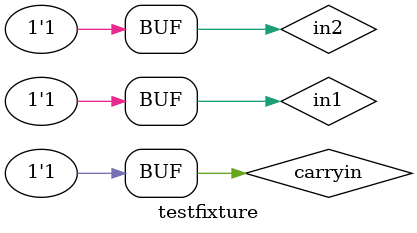
<source format=v>
module testfixture;
  reg in1,in2,carryin;
  wire sum,carryout;
  fuladdr i1(.sum(sum),
             .cout(carryout),
             .a(in1),
             .b(in2),
             .cin(carryin));
  initial begin
    $dumpfile("dump.vcd");
    $dumpvars(1,testfixture);
      carryin=0;in1=0;in2=0;
      #10 in2=1;
      #10 in1=1; in2=0;
      #10 in2=1;
      #10 carryin=1;in1=0;in2=0;
      #10 in2=1;
      #10 in1=1; in2=0;
      #10 in2=1;
      #10;
    end
endmodule
</source>
